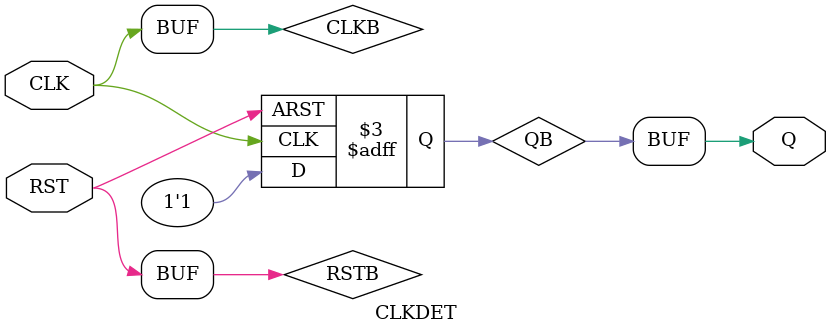
<source format=v>
`resetall
`timescale 1 ns / 1 ps

`celldefine

module CLKDET(CLK, RST, Q);
   input CLK, RST;
   output Q;

   wire CLKB, RSTB;

   reg QB;

   buf (CLKB, CLK);
   buf (RSTB, RST);

   buf (Q, QB);

// Shift Generation

always @ (posedge RSTB or posedge CLKB)
begin
   if (RSTB == 1'b1)
   begin
      QB <= 1'b0;
   end
   else
   begin
      QB <= 1'b1;
   end
end

endmodule

`endcelldefine

</source>
